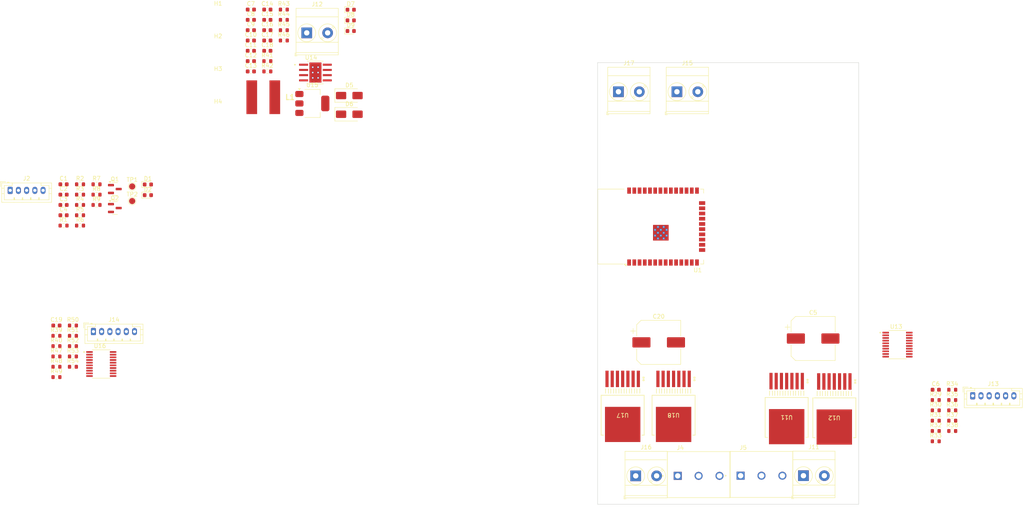
<source format=kicad_pcb>
(kicad_pcb (version 20241228) (generator "pcbnew") (generator_version "9.0")
  (layers (0 "F.Cu" signal) (2 "B.Cu" signal) (13 "F.Paste" user) (15 "B.Paste" user) (5 "F.SilkS" user "F.Silkscreen") (7 "B.SilkS" user "B.Silkscreen") (1 "F.Mask" user) (3 "B.Mask" user) (25 "Edge.Cuts" user))
  (net 0 "")
  (net 1 "GND")
  (net 2 "+3.3V")
  (net 3 "/EN")
  (net 4 "Net-(J11-Pin_1)")
  (net 5 "Net-(U14-BOOT)")
  (net 6 "Net-(D6-K)")
  (net 7 "Net-(D5-K)")
  (net 8 "+5V")
  (net 9 "/Converter Circuits/V_FB")
  (net 10 "Net-(U14-SSORPGOOD)")
  (net 11 "Net-(J16-Pin_1)")
  (net 12 "Net-(D1-A)")
  (net 13 "Net-(D2-A)")
  (net 14 "+24V")
  (net 15 "Net-(D7-A)")
  (net 16 "Net-(D8-A)")
  (net 17 "Net-(D9-A)")
  (net 18 "DTR")
  (net 19 "/TXD")
  (net 20 "RTS")
  (net 21 "/RXD")
  (net 22 "L_IS")
  (net 23 "R_EN")
  (net 24 "LPWM")
  (net 25 "RPWM")
  (net 26 "L_IS1")
  (net 27 "LPWM1")
  (net 28 "RPWM1")
  (net 29 "R_EN1")
  (net 30 "Net-(Q1-G)")
  (net 31 "/IO0")
  (net 32 "Net-(Q2-G)")
  (net 33 "Net-(U1-IO19)")
  (net 34 "Net-(U1-IO25)")
  (net 35 "H_IS")
  (net 36 "Net-(U1-IO18)")
  (net 37 "H_IS1")
  (net 38 "Net-(U1-IO26)")
  (net 39 "L_EN")
  (net 40 "Net-(U11-SR)")
  (net 41 "Net-(U12-SR)")
  (net 42 "L_EN1")
  (net 43 "Net-(U14-RT{slash}SYNC)")
  (net 44 "Net-(U17-SR)")
  (net 45 "Net-(U18-SR)")
  (net 46 "10")
  (net 47 "11")
  (net 52 "POT1")
  (net 59 "POT")
  (net 64 "/Motor Driver1/HIN_L")
  (net 65 "/Motor Driver1/HIN_H")
  (net 66 "/Motor Driver1/LIN_L")
  (net 67 "/Motor Driver1/LIN_H")
  (net 74 "/Motor Driver2/HIN_H")
  (net 75 "/Motor Driver2/LIN_H")
  (net 76 "/Motor Driver2/LIN_L")
  (net 78 "/Motor Driver2/HIN_L")
  (net 80 "Net-(J15-Pin_1)")
  (net 81 "Net-(J17-Pin_1)")
  (net 82 "Net-(J11-Pin_2)")
  (net 83 "Net-(J16-Pin_2)")
  (footprint "Resistor_SMD:R_0603_1608Metric" (layer "F.Cu") (at 47.83 68.47)
    (property "Reference" "R1" (at 0 -1.43 0) (layer "F.SilkS"))
    (property "Value" "10K")
    (pad "1" smd roundrect (at -0.825 0) (size 0.8 0.95) (layers "F.Cu" "F.Mask" "F.Paste") (net 2 "+3.3V"))
    (pad "2" smd roundrect (at 0.825 0) (size 0.8 0.95) (layers "F.Cu" "F.Mask" "F.Paste") (net 3 "/EN"))
  )
  (footprint "Capacitor_SMD:C_0603_1608Metric" (layer "F.Cu") (at 47.83 65.96)
    (property "Reference" "C4" (at 0 -1.43 0) (layer "F.SilkS"))
    (property "Value" "10uF")
    (pad "1" smd roundrect (at -0.775 0) (size 0.9 0.95) (layers "F.Cu" "F.Mask" "F.Paste") (net 3 "/EN"))
    (pad "2" smd roundrect (at 0.775 0) (size 0.9 0.95) (layers "F.Cu" "F.Mask" "F.Paste") (net 1 "GND"))
  )
  (footprint "Resistor_SMD:R_0603_1608Metric" (layer "F.Cu") (at 46.1 102.84)
    (property "Reference" "R48" (at 0 -1.43 0) (layer "F.SilkS"))
    (property "Value" "1K")
    (pad "1" smd roundrect (at -0.825 0) (size 0.8 0.95) (layers "F.Cu" "F.Mask" "F.Paste") (net 29 "R_EN1"))
    (pad "2" smd roundrect (at 0.825 0) (size 0.8 0.95) (layers "F.Cu" "F.Mask" "F.Paste") (net 1 "GND"))
  )
  (footprint "LED_SMD:LED_0603_1608Metric" (layer "F.Cu") (at 68.34 58.47)
    (property "Reference" "D1" (at 0 -1.43 0) (layer "F.SilkS"))
    (property "Value" "LED")
    (pad "1" smd roundrect (at -0.7875 0) (size 0.875 0.95) (layers "F.Cu" "F.Mask" "F.Paste") (net 1 "GND"))
    (pad "2" smd roundrect (at 0.7875 0) (size 0.875 0.95) (layers "F.Cu" "F.Mask" "F.Paste") (net 12 "Net-(D1-A)"))
  )
  (footprint "Dotworld:PG-TO263-7-1_INF-M" (layer "F.Cu") (at 235.27 115.2593 180)
    (property "Reference" "U12" (at 0 0 180) (layer "F.SilkS"))
    (property "Value" "IFX007TAUMA1")
    (fp_text user "*" (at -5.08 8.8392 0) (layer "F.SilkS"))
    (fp_text user "*" (at -5.08 8.8392 180) (layer "F.SilkS"))
    (pad "1" smd rect (at -3.81 8.8392 180) (size 0.762 4.0132) (layers "F.Cu" "F.Mask" "F.Paste") (net 1 "GND"))
    (pad "2" smd rect (at -2.54 8.8392 180) (size 0.762 4.0132) (layers "F.Cu" "F.Mask" "F.Paste") (net 66 "/Motor Driver1/LIN_L"))
    (pad "3" smd rect (at -1.27 8.8392 180) (size 0.762 4.0132) (layers "F.Cu" "F.Mask" "F.Paste") (net 67 "/Motor Driver1/LIN_H"))
    (pad "4" smd rect (at 0 8.8392 180) (size 0.762 4.0132) (layers "F.Cu" "F.Mask" "F.Paste") (net 82 "Net-(J11-Pin_2)"))
    (pad "5" smd rect (at 1.27 8.8392 180) (size 0.762 4.0132) (layers "F.Cu" "F.Mask" "F.Paste") (net 41 "Net-(U12-SR)"))
    (pad "6" smd rect (at 2.54 8.8392 180) (size 0.762 4.0132) (layers "F.Cu" "F.Mask" "F.Paste") (net 22 "L_IS"))
    (pad "7" smd rect (at 3.81 8.8392 180) (size 0.762 4.0132) (layers "F.Cu" "F.Mask" "F.Paste") (net 80 "Net-(J15-Pin_1)"))
    (pad "8" smd rect (at 0 -2.2479 180) (size 8.6106 8.5598) (layers "F.Cu" "F.Mask" "F.Paste") (net 82 "Net-(J11-Pin_2)"))
  )
  (footprint "Capacitor_SMD:C_0603_1608Metric" (layer "F.Cu") (at 97.39 23.42)
    (property "Reference" "C17" (at 0 -1.43 0) (layer "F.SilkS"))
    (property "Value" "10uF")
    (pad "1" smd roundrect (at -0.775 0) (size 0.9 0.95) (layers "F.Cu" "F.Mask" "F.Paste") (net 2 "+3.3V"))
    (pad "2" smd roundrect (at 0.775 0) (size 0.9 0.95) (layers "F.Cu" "F.Mask" "F.Paste") (net 1 "GND"))
  )
  (footprint "TestPoint:TestPoint_Pad_D1.5mm" (layer "F.Cu") (at 64.52 58.95)
    (property "Reference" "TP1" (at 0 -1.648 0) (layer "F.SilkS"))
    (property "Value" "TestPoint")
    (pad "1" smd circle (at 0 0) (size 1.5 1.5) (layers "F.Cu" "F.Mask") (net 46 "10"))
  )
  (footprint "Connector_JST:JST_PH_B5B-PH-K_1x05_P2.00mm_Vertical" (layer "F.Cu") (at 34.85 59.9)
    (property "Reference" "J2" (at 4 -2.9 0) (layer "F.SilkS"))
    (property "Value" "Conn_01x05")
    (pad "1" thru_hole roundrect (at 0 0) (size 1.2 1.75) (drill 0.75) (layers "*.Cu" "*.Mask") (roundrect_rratio 0.208333) (net 21 "/RXD"))
    (pad "2" thru_hole oval (at 2 0) (size 1.2 1.75) (drill 0.75) (layers "*.Cu" "*.Mask") (net 19 "/TXD"))
    (pad "3" thru_hole oval (at 4 0) (size 1.2 1.75) (drill 0.75) (layers "*.Cu" "*.Mask") (net 20 "RTS"))
    (pad "4" thru_hole oval (at 6 0) (size 1.2 1.75) (drill 0.75) (layers "*.Cu" "*.Mask") (net 18 "DTR"))
    (pad "5" thru_hole oval (at 8 0) (size 1.2 1.75) (drill 0.75) (layers "*.Cu" "*.Mask") (net 1 "GND"))
  )
  (footprint "Diode_SMD:D_SMA" (layer "F.Cu") (at 117.325 41.37)
    (property "Reference" "D6" (at 0 -2.5 0) (layer "F.SilkS"))
    (property "Value" "SS36")
    (pad "1" smd roundrect (at -2 0) (size 2.5 1.8) (layers "F.Cu" "F.Mask" "F.Paste") (roundrect_rratio 0.1388888889) (net 6 "Net-(D6-K)"))
    (pad "2" smd roundrect (at 2 0) (size 2.5 1.8) (layers "F.Cu" "F.Mask" "F.Paste") (roundrect_rratio 0.1388888889) (net 1 "GND"))
  )
  (footprint "MountingHole:MountingHole_3.2mm_M3" (layer "F.Cu") (at 85.4 42.46)
    (property "Reference" "H4" (at 0 -4.2 0) (layer "F.SilkS"))
    (property "Value" "MountingHole")
    (pad "" np_thru_hole circle (at 0 0) (size 3.2 3.2) (drill 3.2) (layers "*.Cu" "*.Mask"))
  )
  (footprint "Resistor_SMD:R_0603_1608Metric" (layer "F.Cu") (at 55.85 63.45)
    (property "Reference" "R9" (at 0 -1.43 0) (layer "F.SilkS"))
    (property "Value" "0E")
    (pad "1" smd roundrect (at -0.825 0) (size 0.8 0.95) (layers "F.Cu" "F.Mask" "F.Paste") (net 38 "Net-(U1-IO26)"))
    (pad "2" smd roundrect (at 0.825 0) (size 0.8 0.95) (layers "F.Cu" "F.Mask" "F.Paste") (net 37 "H_IS1"))
  )
  (footprint "TerminalBlock_Phoenix:TerminalBlock_Phoenix_MKDS-3-2-5.08_1x02_P5.08mm_Horizontal" (layer "F.Cu") (at 186.97 129.39)
    (property "Reference" "J16" (at 2.54 -6.96 0) (layer "F.SilkS"))
    (property "Value" "Screw_Terminal_01x02")
    (pad "1" thru_hole rect (at 0 0) (size 2.6 2.6) (drill 1.3) (layers "*.Cu" "*.Mask") (net 11 "Net-(J16-Pin_1)"))
    (pad "2" thru_hole circle (at 5.08 0) (size 2.6 2.6) (drill 1.3) (layers "*.Cu" "*.Mask") (net 83 "Net-(J16-Pin_2)"))
  )
  (footprint "Connector_JST:JST_PH_B6B-PH-K_1x06_P2.00mm_Vertical" (layer "F.Cu") (at 268.9254 109.9015)
    (property "Reference" "J13" (at 5 -2.9 0) (layer "F.SilkS"))
    (property "Value" "Conn_01x06")
    (pad "1" thru_hole roundrect (at 0 0) (size 1.2 1.75) (drill 0.75) (layers "*.Cu" "*.Mask") (roundrect_rratio 0.208333) (net 2 "+3.3V"))
    (pad "2" thru_hole oval (at 2 0) (size 1.2 1.75) (drill 0.75) (layers "*.Cu" "*.Mask") (net 25 "RPWM"))
    (pad "3" thru_hole oval (at 4 0) (size 1.2 1.75) (drill 0.75) (layers "*.Cu" "*.Mask") (net 23 "R_EN"))
    (pad "4" thru_hole oval (at 6 0) (size 1.2 1.75) (drill 0.75) (layers "*.Cu" "*.Mask") (net 24 "LPWM"))
    (pad "5" thru_hole oval (at 8 0) (size 1.2 1.75) (drill 0.75) (layers "*.Cu" "*.Mask") (net 22 "L_IS"))
    (pad "6" thru_hole oval (at 10 0) (size 1.2 1.75) (drill 0.75) (layers "*.Cu" "*.Mask") (net 1 "GND"))
  )
  (footprint "LED_SMD:LED_0603_1608Metric" (layer "F.Cu") (at 117.67 21.11)
    (property "Reference" "D9" (at 0 -1.43 0) (layer "F.SilkS"))
    (property "Value" "LED")
    (pad "1" smd roundrect (at -0.7875 0) (size 0.875 0.95) (layers "F.Cu" "F.Mask" "F.Paste") (net 1 "GND"))
    (pad "2" smd roundrect (at 0.7875 0) (size 0.875 0.95) (layers "F.Cu" "F.Mask" "F.Paste") (net 17 "Net-(D9-A)"))
  )
  (footprint "Resistor_SMD:R_0603_1608Metric" (layer "F.Cu") (at 259.9354 113.4515)
    (property "Reference" "R30" (at 0 -1.43 0) (layer "F.SilkS"))
    (property "Value" "0E")
    (pad "1" smd roundrect (at -0.825 0) (size 0.8 0.95) (layers "F.Cu" "F.Mask" "F.Paste") (net 35 "H_IS"))
    (pad "2" smd roundrect (at 0.825 0) (size 0.8 0.95) (layers "F.Cu" "F.Mask" "F.Paste") (net 22 "L_IS"))
  )
  (footprint "Resistor_SMD:R_0603_1608Metric" (layer "F.Cu") (at 97.39 28.44)
    (property "Reference" "R41" (at 0 -1.43 0) (layer "F.SilkS"))
    (property "Value" "1K")
    (pad "1" smd roundrect (at -0.825 0) (size 0.8 0.95) (layers "F.Cu" "F.Mask" "F.Paste") (net 7 "Net-(D5-K)"))
    (pad "2" smd roundrect (at 0.825 0) (size 0.8 0.95) (layers "F.Cu" "F.Mask" "F.Paste") (net 15 "Net-(D7-A)"))
  )
  (footprint "Resistor_SMD:R_0603_1608Metric" (layer "F.Cu") (at 101.4 20.91)
    (property "Reference" "R45" (at 0 -1.43 0) (layer "F.SilkS"))
    (property "Value" "12K")
    (pad "1" smd roundrect (at -0.825 0) (size 0.8 0.95) (layers "F.Cu" "F.Mask" "F.Paste") (net 9 "/Converter Circuits/V_FB"))
    (pad "2" smd roundrect (at 0.825 0) (size 0.8 0.95) (layers "F.Cu" "F.Mask" "F.Paste") (net 1 "GND"))
  )
  (footprint "Capacitor_SMD:C_0603_1608Metric" (layer "F.Cu") (at 47.83 60.94)
    (property "Reference" "C2" (at 0 -1.43 0) (layer "F.SilkS"))
    (property "Value" "0.1uF")
    (pad "1" smd roundrect (at -0.775 0) (size 0.9 0.95) (layers "F.Cu" "F.Mask" "F.Paste") (net 2 "+3.3V"))
    (pad "2" smd roundrect (at 0.775 0) (size 0.9 0.95) (layers "F.Cu" "F.Mask" "F.Paste") (net 1 "GND"))
  )
  (footprint "Resistor_SMD:R_0603_1608Metric" (layer "F.Cu") (at 259.9354 120.9815)
    (property "Reference" "R33" (at 0 -1.43 0) (layer "F.SilkS"))
    (property "Value" "1K")
    (pad "1" smd roundrect (at -0.825 0) (size 0.8 0.95) (layers "F.Cu" "F.Mask" "F.Paste") (net 41 "Net-(U12-SR)"))
    (pad "2" smd roundrect (at 0.825 0) (size 0.8 0.95) (layers "F.Cu" "F.Mask" "F.Paste") (net 1 "GND"))
  )
  (footprint "TerminalBlock_Phoenix:TerminalBlock_Phoenix_MKDS-3-2-5.08_1x02_P5.08mm_Horizontal" (layer "F.Cu") (at 106.97 21.56)
    (property "Reference" "J12" (at 2.54 -6.96 0) (layer "F.SilkS"))
    (property "Value" "Screw_Terminal_01x02")
    (pad "1" thru_hole rect (at 0 0) (size 2.6 2.6) (drill 1.3) (layers "*.Cu" "*.Mask") (net 1 "GND"))
    (pad "2" thru_hole circle (at 5.08 0) (size 2.6 2.6) (drill 1.3) (layers "*.Cu" "*.Mask") (net 14 "+24V"))
  )
  (footprint "Dotworld:PG-TO263-7-1_INF-M" (layer "F.Cu") (at 183.8008 114.6293 180)
    (property "Reference" "U17" (at 0 0 180) (layer "F.SilkS"))
    (property "Value" "IFX007TAUMA1")
    (fp_text user "*" (at -5.08 8.8392 180) (layer "F.SilkS"))
    (fp_text user "*" (at -5.08 8.8392 0) (layer "F.SilkS"))
    (pad "1" smd rect (at -3.81 8.8392 180) (size 0.762 4.0132) (layers "F.Cu" "F.Mask" "F.Paste") (net 1 "GND"))
    (pad "2" smd rect (at -2.54 8.8392 180) (size 0.762 4.0132) (layers "F.Cu" "F.Mask" "F.Paste") (net 78 "/Motor Driver2/HIN_L"))
    (pad "3" smd rect (at -1.27 8.8392 180) (size 0.762 4.0132) (layers "F.Cu" "F.Mask" "F.Paste") (net 74 "/Motor Driver2/HIN_H"))
    (pad "4" smd rect (at 0 8.8392 180) (size 0.762 4.0132) (layers "F.Cu" "F.Mask" "F.Paste") (net 11 "Net-(J16-Pin_1)"))
    (pad "5" smd rect (at 1.27 8.8392 180) (size 0.762 4.0132) (layers "F.Cu" "F.Mask" "F.Paste") (net 44 "Net-(U17-SR)"))
    (pad "6" smd rect (at 2.54 8.8392 180) (size 0.762 4.0132) (layers "F.Cu" "F.Mask" "F.Paste") (net 37 "H_IS1"))
    (pad "7" smd rect (at 3.81 8.8392 180) (size 0.762 4.0132) (layers "F.Cu" "F.Mask" "F.Paste") (net 81 "Net-(J17-Pin_1)"))
    (pad "8" smd rect (at 0 -2.2479 180) (size 8.6106 8.5598) (layers "F.Cu" "F.Mask" "F.Paste") (net 11 "Net-(J16-Pin_1)"))
  )
  (footprint "Capacitor_SMD:CP_Elec_10x10.5" (layer "F.Cu") (at 230.1175 95.96)
    (property "Reference" "C5" (at 0 -6.3 0) (layer "F.SilkS"))
    (property "Value" "220uF")
    (pad "1" smd roundrect (at -4.2 0) (size 4.4 2.5) (layers "F.Cu" "F.Mask" "F.Paste") (roundrect_rratio 0.1) (net 80 "Net-(J15-Pin_1)"))
    (pad "2" smd roundrect (at 4.2 0) (size 4.4 2.5) (layers "F.Cu" "F.Mask" "F.Paste") (roundrect_rratio 0.1) (net 1 "GND"))
  )
  (footprint "Resistor_SMD:R_0603_1608Metric" (layer "F.Cu") (at 50.11 97.82)
    (property "Reference" "R52" (at 0 -1.43 0) (layer "F.SilkS"))
    (property "Value" "1K")
    (pad "1" smd roundrect (at -0.825 0) (size 0.8 0.95) (layers "F.Cu" "F.Mask" "F.Paste") (net 45 "Net-(U18-SR)"))
    (pad "2" smd roundrect (at 0.825 0) (size 0.8 0.95) (layers "F.Cu" "F.Mask" "F.Paste") (net 1 "GND"))
  )
  (footprint "Capacitor_SMD:C_0603_1608Metric" (layer "F.Cu") (at 93.38 28.44)
    (property "Reference" "C12" (at 0 -1.43 0) (layer "F.SilkS"))
    (property "Value" "22uF")
    (pad "1" smd roundrect (at -0.775 0) (size 0.9 0.95) (layers "F.Cu" "F.Mask" "F.Paste") (net 8 "+5V"))
    (pad "2" smd roundrect (at 0.775 0) (size 0.9 0.95) (layers "F.Cu" "F.Mask" "F.Paste") (net 1 "GND"))
  )
  (footprint "MountingHole:MountingHole_3.2mm_M3" (layer "F.Cu") (at 85.4 26.56)
    (property "Reference" "H2" (at 0 -4.2 0) (layer "F.SilkS"))
    (property "Value" "MountingHole")
    (pad "" np_thru_hole circle (at 0 0) (size 3.2 3.2) (drill 3.2) (layers "*.Cu" "*.Mask"))
  )
  (footprint "Package_TO_SOT_SMD:SOT-23" (layer "F.Cu") (at 60.3 64.2)
    (property "Reference" "Q2" (at 0 -2.4 0) (layer "F.SilkS"))
    (property "Value" "SI2304")
    (pad "1" smd roundrect (at -0.9375 -0.95) (size 1.475 0.6) (layers "F.Cu" "F.Mask" "F.Paste") (net 32 "Net-(Q2-G)"))
    (pad "2" smd roundrect (at -0.9375 0.95) (size 1.475 0.6) (layers "F.Cu" "F.Mask" "F.Paste") (net 3 "/EN"))
    (pad "3" smd roundrect (at 0.9375 0) (size 1.475 0.6) (layers "F.Cu" "F.Mask" "F.Paste") (net 20 "RTS"))
  )
  (footprint "Resistor_SMD:R_0603_1608Metric" (layer "F.Cu") (at 263.9454 108.4315)
    (property "Reference" "R34" (at 0 -1.43 0) (layer "F.SilkS"))
    (property "Value" "1K")
    (pad "1" smd roundrect (at -0.825 0) (size 0.8 0.95) (layers "F.Cu" "F.Mask" "F.Paste") (net 22 "L_IS"))
    (pad "2" smd roundrect (at 0.825 0) (size 0.8 0.95) (layers "F.Cu" "F.Mask" "F.Paste") (net 1 "GND"))
  )
  (footprint "LED_SMD:LED_0603_1608Metric" (layer "F.Cu") (at 117.67 15.93)
    (property "Reference" "D7" (at 0 -1.43 0) (layer "F.SilkS"))
    (property "Value" "LED")
    (pad "1" smd roundrect (at -0.7875 0) (size 0.875 0.95) (layers "F.Cu" "F.Mask" "F.Paste") (net 1 "GND"))
    (pad "2" smd roundrect (at 0.7875 0) (size 0.875 0.95) (layers "F.Cu" "F.Mask" "F.Paste") (net 15 "Net-(D7-A)"))
  )
  (footprint "RF_Module:ESP32-WROOM-32D" (layer "F.Cu") (at 193.61 68.71 90)
    (property "Reference" "U1" (at -10.61 8.43 0) (layer "F.SilkS"))
    (property "Value" "ESP32-WROOM-32D")
    (pad "1" smd rect (at -8.75 -8.25 90) (size 1.5 0.9) (layers "F.Cu" "F.Mask" "F.Paste") (net 1 "GND"))
    (pad "2" smd rect (at -8.75 -6.98 90) (size 1.5 0.9) (layers "F.Cu" "F.Mask" "F.Paste") (net 2 "+3.3V"))
    (pad "3" smd rect (at -8.75 -5.71 90) (size 1.5 0.9) (layers "F.Cu" "F.Mask" "F.Paste") (net 3 "/EN"))
    (pad "4" smd rect (at -8.75 -4.44 90) (size 1.5 0.9) (layers "F.Cu" "F.Mask" "F.Paste"))
    (pad "5" smd rect (at -8.75 -3.17 90) (size 1.5 0.9) (layers "F.Cu" "F.Mask" "F.Paste"))
    (pad "6" smd rect (at -8.75 -1.9 90) (size 1.5 0.9) (layers "F.Cu" "F.Mask" "F.Paste"))
    (pad "7" smd rect (at -8.75 -0.63 90) (size 1.5 0.9) (layers "F.Cu" "F.Mask" "F.Paste"))
    (pad "8" smd rect (at -8.75 0.64 90) (size 1.5 0.9) (layers "F.Cu" "F.Mask" "F.Paste") (net 59 "POT"))
    (pad "9" smd rect (at -8.75 1.91 90) (size 1.5 0.9) (layers "F.Cu" "F.Mask" "F.Paste") (net 52 "POT1"))
    (pad "10" smd rect (at -8.75 3.18 90) (size 1.5 0.9) (layers "F.Cu" "F.Mask" "F.Paste") (net 34 "Net-(U1-IO25)"))
    (pad "11" smd rect (at -8.75 4.45 90) (size 1.5 0.9) (layers "F.Cu" "F.Mask" "F.Paste") (net 38 "Net-(U1-IO26)"))
    (pad "12" smd rect (at -8.75 5.72 90) (size 1.5 0.9) (layers "F.Cu" "F.Mask" "F.Paste"))
    (pad "13" smd rect (at -8.75 6.99 90) (size 1.5 0.9) (layers "F.Cu" "F.Mask" "F.Paste") (net 28 "RPWM1"))
    (pad "14" smd rect (at -8.75 8.26 90) (size 1.5 0.9) (layers "F.Cu" "F.Mask" "F.Paste") (net 27 "LPWM1"))
    (pad "15" smd rect (at -5.71 9.51 180) (size 1.5 0.9) (layers "F.Cu" "F.Mask" "F.Paste") (net 1 "GND"))
    (pad "16" smd rect (at -4.44 9.51 180) (size 1.5 0.9) (layers "F.Cu" "F.Mask" "F.Paste") (net 25 "RPWM"))
    (pad "17" smd rect (at -3.17 9.51 180) (size 1.5 0.9) (layers "F.Cu" "F.Mask" "F.Paste"))
    (pad "18" smd rect (at -1.9 9.51 180) (size 1.5 0.9) (layers "F.Cu" "F.Mask" "F.Paste"))
    (pad "19" smd rect (at -0.63 9.51 180) (size 1.5 0.9) (layers "F.Cu" "F.Mask" "F.Paste"))
    (pad "20" smd rect (at 0.64 9.51 180) (size 1.5 0.9) (layers "F.Cu" "F.Mask" "F.Paste"))
    (pad "21" smd rect (at 1.91 9.51 180) (size 1.5 0.9) (layers "F.Cu" "F.Mask" "F.Paste"))
    (pad "22" smd rect (at 3.18 9.51 180) (size 1.5 0.9) (layers "F.Cu" "F.Mask" "F.Paste"))
    (pad "23" smd rect (at 4.45 9.51 180) (size 1.5 0.9) (layers "F.Cu" "F.Mask" "F.Paste"))
    (pad "24" smd rect (at 5.72 9.51 180) (size 1.5 0.9) (layers "F.Cu" "F.Mask" "F.Paste") (net 46 "10"))
    (pad "25" smd rect (at 8.75 8.26 90) (size 1.5 0.9) (layers "F.Cu" "F.Mask" "F.Paste") (net 31 "/IO0"))
    (pad "26" smd rect (at 8.75 6.99 90) (size 1.5 0.9) (layers "F.Cu" "F.Mask" "F.Paste") (net 47 "11"))
    (pad "27" smd rect (at 8.75 5.72 90) (size 1.5 0.9) (layers "F.Cu" "F.Mask" "F.Paste") (net 39 "L_EN"))
    (pad "28" smd rect (at 8.75 4.45 90) (size 1.5 0.9) (layers "F.Cu" "F.Mask" "F.Paste") (net 42 "L_EN1"))
    (pad "29" smd rect (at 8.75 3.18 90) (size 1.5 0.9) (layers "F.Cu" "F.Mask" "F.Paste") (net 24 "LPWM"))
    (pad "30" smd rect (at 8.75 1.91 90) (size 1.5 0.9) (layers "F.Cu" "F.Mask" "F.Paste") (net 36 "Net-(U1-IO18)"))
    (pad "31" smd rect (at 8.75 0.64 90) (size 1.5 0.9) (layers "F.Cu" "F.Mask" "F.Paste") (net 33 "Net-(U1-IO19)"))
    (pad "32" smd rect (at 8.75 -0.63 90) (size 1.5 0.9) (layers "F.Cu" "F.Mask" "F.Paste"))
    (pad "33" smd rect (at 8.75 -1.9 90) (size 1.5 0.9) (layers "F.Cu" "F.Mask" "F.Paste"))
    (pad "34" smd rect (at 8.75 -3.17 90) (size 1.5 0.9) (layers "F.Cu" "F.Mask" "F.Paste") (net 21 "/RXD"))
    (pad "35" smd rect (at 8.75 -4.44 90) (size 1.5 0.9) (layers "F.Cu" "F.Mask" "F.Paste") (net 19 "/TXD"))
    (pad "36" smd rect (at 8.75 -5.71 90) (size 1.5 0.9) (layers "F.Cu" "F.Mask" "F.Paste") (net 22 "L_IS"))
    (pad "37" smd rect (at 8.75 -6.98 90) (size 1.5 0.9) (layers "F.Cu" "F.Mask" "F.Paste") (net 26 "L_IS1"))
    (pad "38" smd rect (at 8.75 -8.25 90) (size 1.5 0.9) (layers "F.Cu" "F.Mask" "F.Paste") (net 1 "GND"))
    (pad "39" smd rect (at -2.9 -1.93 90) (size 0.9 0.9) (layers "F.Cu" "F.Paste") (net 1 "GND"))
    (pad "39" thru_hole circle (at -2.9 -1.23 90) (size 0.6 0.6) (drill 0.2) (property pad_prop_heatsink) (layers "*.Cu" "F.Mask") (net 1 "GND"))
    (pad "39" smd rect (at -2.9 -0.53 90) (size 0.9 0.9) (layers "F.Cu" "F.Paste") (net 1 "GND"))
    (pad "39" thru_hole circle (at -2.9 0.17 90) (size 0.6 0.6) (drill 0.2) (property pad_prop_heatsink) (layers "*.Cu" "F.Mask") (net 1 "GND"))
    (pad "39" smd rect (at -2.9 0.87 90) (size 0.9 0.9) (layers "F.Cu" "F.Paste") (net 1 "GND"))
    (pad "39" thru_hole circle (at -2.2 -1.93 90) (size 0.6 0.6) (drill 0.2) (property pad_prop_heatsink) (layers "*.Cu" "F.Mask") (net 1 "GND"))
    (pad "39" thru_hole circle (at -2.2 -0.53 90) (size 0.6 0.6) (drill 0.2) (property pad_prop_heatsink) (layers "*.Cu" "F.Mask") (net 1 "GND"))
    (pad "39" thru_hole circle (at -2.2 0.87 90) (size 0.6 0.6) (drill 0.2) (property pad_prop_heatsink) (layers "*.Cu" "F.Mask") (net 1 "GND"))
    (pad "39" thru_hole circle (at -1.525 -1.23 90) (size 0.6 0.6) (drill 0.2) (property pad_prop_heatsink) (layers "*.Cu" "F.Mask") (net 1 "GND"))
    (pad "39" thru_hole circle (at -1.525 0.17 90) (size 0.6 0.6) (drill 0.2) (property pad_prop_heatsink) (layers "*.Cu" "F.Mask") (net 1 "GND"))
    (pad "39" smd rect (at -1.5 -1.93 90) (size 0.9 0.9) (layers "F.Cu" "F.Paste") (net 1 "GND"))
    (pad "39" smd rect (at -1.5 -0.53 90) (size 0.9 0.9) (layers "F.Cu" "F.Paste") (net 1 "GND"))
    (pad "39" smd rect (at -1.5 -0.53 90) (size 3.8 3.8) (property pad_prop_heatsink) (layers "F.Cu" "F.Mask") (net 1 "GND"))
    (pad "39" smd rect (at -1.5 0.87 90) (size 0.9 0.9) (layers "F.Cu" "F.Paste") (net 1 "GND"))
    (pad "39" thru_hole circle (at -0.8 -1.93 90) (size 0.6 0.6) (drill 0.2) (property pad_prop_heatsink) (layers "*.Cu" "F.Mask") (net 1 "GND"))
    (pad "39" thru_hole circle (at -0.8 -0.53 90) (size 0.6 0.6) (drill 0.2) (property pad_prop_heatsink) (layers "*.Cu" "F.Mask") (net 1 "GND"))
    (pad "39" thru_hole circle (at -0.8 0.87 90) (size 0.6 0.6) (drill 0.2) (property pad_prop_heatsink) (layers "*.Cu" "F.Mask") (net 1 "GND"))
    (pad "39" smd rect (at -0.1 -1.93 90) (size 0.9 0.9) (layers "F.Cu" "F.Paste") (net 1 "GND"))
    (pad "39" thru_hole circle (at -0.1 -1.23 90) (size 0.6 0.6) (drill 0.2) (property pad_prop_heatsink) (layers "*.Cu" "F.Mask") (net 1 "GND"))
    (pad "39" smd rect (at -0.1 -0.53 90) (size 0.9 0.9) (layers "F.Cu" "F.Paste") (net 1 "GND"))
    (pad "39" thru_hole circle (at -0.1 0.17 90) (size 0.6 0.6) (drill 0.2) (property pad_prop_heatsink) (layers "*.Cu" "F.Mask") (net 1 "GND"))
    (pad "39" smd rect (at -0.1 0.87 90) (size 0.9 0.9) (layers "F.Cu" "F.Paste") (net 1 "GND"))
  )
  (footprint "Resistor_SMD:R_0603_1608Metric" (layer "F.Cu") (at 55.85 58.43)
    (property "Reference" "R7" (at 0 -1.43 0) (layer "F.SilkS"))
    (property "Value" "10K")
    (pad "1" smd roundrect (at -0.825 0) (size 0.8 0.95) (layers "F.Cu" "F.Mask" "F.Paste") (net 18 "DTR"))
    (pad "2" smd roundrect (at 0.825 0) (size 0.8 0.95) (layers "F.Cu" "F.Mask" "F.Paste") (net 32 "Net-(Q2-G)"))
  )
  (footprint "Capacitor_SMD:C_0603_1608Metric" (layer "F.Cu") (at 93.38 25.93)
    (property "Reference" "C11" (at 0 -1.43 0) (layer "F.SilkS"))
    (property "Value" "22uF")
    (pad "1" smd roundrect (at -0.775 0) (size 0.9 0.95) (layers "F.Cu" "F.Mask" "F.Paste") (net 8 "+5V"))
    (pad "2" smd roundrect (at 0.775 0) (size 0.9 0.95) (layers "F.Cu" "F.Mask" "F.Paste") (net 1 "GND"))
  )
  (footprint "Resistor_SMD:R_0603_1608Metric" (layer "F.Cu") (at 259.9354 118.4715)
    (property "Reference" "R32" (at 0 -1.43 0) (layer "F.SilkS"))
    (property "Value" "1K")
    (pad "1" smd roundrect (at -0.825 0) (size 0.8 0.95) (layers "F.Cu" "F.Mask" "F.Paste") (net 40 "Net-(U11-SR)"))
    (pad "2" smd roundrect (at 0.825 0) (size 0.8 0.95) (layers "F.Cu" "F.Mask" "F.Paste") (net 1 "GND"))
  )
  (footprint "Resistor_SMD:R_0603_1608Metric" (layer "F.Cu") (at 51.84 58.43)
    (property "Reference" "R2" (at 0 -1.43 0) (layer "F.SilkS"))
    (property "Value" "1K")
    (pad "1" smd roundrect (at -0.825 0) (size 0.8 0.95) (layers "F.Cu" "F.Mask" "F.Paste") (net 19 "/TXD"))
    (pad "2" smd roundrect (at 0.825 0) (size 0.8 0.95) (layers "F.Cu" "F.Mask" "F.Paste") (net 12 "Net-(D1-A)"))
  )
  (footprint "Capacitor_SMD:C_0603_1608Metric" (layer "F.Cu") (at 97.39 15.89)
    (property "Reference" "C14" (at 0 -1.43 0) (layer "F.SilkS"))
    (property "Value" "47nF")
    (pad "1" smd roundrect (at -0.775 0) (size 0.9 0.95) (layers "F.Cu" "F.Mask" "F.Paste") (net 10 "Net-(U14-SSORPGOOD)"))
    (pad "2" smd roundrect (at 0.775 0) (size 0.9 0.95) (layers "F.Cu" "F.Mask" "F.Paste") (net 1 "GND"))
  )
  (footprint "Resistor_SMD:R_0603_1608Metric" (layer "F.Cu") (at 46.1 100.33)
    (property "Reference" "R47" (at 0 -1.43 0) (layer "F.SilkS"))
    (property "Value" "1K")
    (pad "1" smd roundrect (at -0.825 0) (size 0.8 0.95) (layers "F.Cu" "F.Mask" "F.Paste") (net 27 "LPWM1"))
    (pad "2" smd roundrect (at 0.825 0) (size 0.8 0.95) (layers "F.Cu" "F.Mask" "F.Paste") (net 1 "GND"))
  )
  (footprint "Dotworld:SN74HC244pwr" (layer "F.Cu") (at 57.005 102.17)
    (property "Reference" "U16" (at -0.325 -4.385 0) (layer "F.SilkS"))
    (property "Value" "SN74HC244PWR")
    (pad "1" smd roundrect (at -2.87 -2.925) (size 1.57 0.41) (layers "F.Cu" "F.Mask" "F.Paste") (roundrect_rratio 0.05) (net 1 "GND"))
    (pad "2" smd roundrect (at -2.87 -2.275) (size 1.57 0.41) (layers "F.Cu" "F.Mask" "F.Paste") (roundrect_rratio 0.05) (net 28 "RPWM1"))
    (pad "3" smd roundrect (at -2.87 -1.625) (size 1.57 0.41) (layers "F.Cu" "F.Mask" "F.Paste") (roundrect_rratio 0.05))
    (pad "4" smd roundrect (at -2.87 -0.975) (size 1.57 0.41) (layers "F.Cu" "F.Mask" "F.Paste") (roundrect_rratio 0.05) (net 29 "R_EN1"))
    (pad "5" smd roundrect (at -2.87 -0.325) (size 1.57 0.41) (layers "F.Cu" "F.Mask" "F.Paste") (roundrect_rratio 0.05))
    (pad "6" smd roundrect (at -2.87 0.325) (size 1.57 0.41) (layers "F.Cu" "F.Mask" "F.Paste") (roundrect_rratio 0.05) (net 27 "LPWM1"))
    (pad "7" smd roundrect (at -2.87 0.975) (size 1.57 0.41) (layers "F.Cu" "F.Mask" "F.Paste") (roundrect_rratio 0.05))
    (pad "8" smd roundrect (at -2.87 1.625) (size 1.57 0.41) (layers "F.Cu" "F.Mask" "F.Paste") (roundrect_rratio 0.05) (net 42 "L_EN1"))
    (pad "9" smd roundrect (at -2.87 2.275) (size 1.57 0.41) (layers "F.Cu" "F.Mask" "F.Paste") (roundrect_rratio 0.05))
    (pad "10" smd roundrect (at -2.87 2.925) (size 1.57 0.41) (layers "F.Cu" "F.Mask" "F.Paste") (roundrect_rratio 0.05) (net 1 "GND"))
    (pad "11" smd roundrect (at 2.87 2.925) (size 1.57 0.41) (layers "F.Cu" "F.Mask" "F.Paste") (roundrect_rratio 0.05) (net 1 "GND"))
    (pad "12" smd roundrect (at 2.87 2.275) (size 1.57 0.41) (layers "F.Cu" "F.Mask" "F.Paste") (roundrect_rratio 0.05) (net 75 "/Motor Driver2/LIN_H"))
    (pad "13" smd roundrect (at 2.87 1.625) (size 1.57 0.41) (layers "F.Cu" "F.Mask" "F.Paste") (roundrect_rratio 0.05) (net 1 "GND"))
    (pad "14" smd roundrect (at 2.87 0.975) (size 1.57 0.41) (layers "F.Cu" "F.Mask" "F.Paste") (roundrect_rratio 0.05) (net 76 "/Motor Driver2/LIN_L"))
    (pad "15" smd roundrect (at 2.87 0.325) (size 1.57 0.41) (layers "F.Cu" "F.Mask" "F.Paste") (roundrect_rratio 0.05) (net 1 "GND"))
    (pad "16" smd roundrect (at 2.87 -0.325) (size 1.57 0.41) (layers "F.Cu" "F.Mask" "F.Paste") (roundrect_rratio 0.05) (net 74 "/Motor Driver2/HIN_H"))
    (pad "17" smd roundrect (at 2.87 -0.975) (size 1.57 0.41) (layers "F.Cu" "F.Mask" "F.Paste") (roundrect_rratio 0.05) (net 1 "GND"))
    (pad "18" smd roundrect (at 2.87 -1.625) (size 1.57 0.41) (layers "F.Cu" "F.Mask" "F.Paste") (roundrect_rratio 0.05) (net 78 "/Motor Driver2/HIN_L"))
    (pad "19" smd roundrect (at 2.87 -2.275) (size 1.57 0.41) (layers "F.Cu" "F.Mask" "F.Paste") (roundrect_rratio 0.05) (net 1 "GND"))
    (pad "20" smd roundrect (at 2.87 -2.925) (size 1.57 0.41) (layers "F.Cu" "F.Mask" "F.Paste") (roundrect_rratio 0.05) (net 2 "+3.3V"))
  )
  (footprint "Dotworld:PHOENIX_1711738" (layer "F.Cu") (at 209.94 134.65)
    (property "Reference" "J5" (at 3.175 -12.135 0) (layer "F.SilkS"))
    (property "Value" "Conn_01x03")
    (pad "1" thru_hole rect (at 2.54 -5.3) (size 1.95 1.95) (drill 1.3) (layers "*.Cu" "*.Mask") (net 2 "+3.3V"))
    (pad "2" thru_hole circle (at 7.62 -5.3) (size 1.95 1.95) (drill 1.3) (layers "*.Cu" "*.Mask") (net 59 "POT"))
    (pad "3" thru_hole circle (at 12.7 -5.3) (size 1.95 1.95) (drill 1.3) (layers "*.Cu" "*.Mask") (net 1 "GND"))
  )
  (footprint "Resistor_SMD:R_0603_1608Metric" (layer "F.Cu") (at 259.9354 115.9615)
    (property "Reference" "R31" (at 0 -1.43 0) (layer "F.SilkS"))
    (property "Value" "1K")
    (pad "1" smd roundrect (at -0.825 0) (size 0.8 0.95) (layers "F.Cu" "F.Mask" "F.Paste") (net 35 "H_IS"))
    (pad "2" smd roundrect (at 0.825 0) (size 0.8 0.95) (layers "F.Cu" "F.Mask" "F.Paste") (net 1 "GND"))
  )
  (footprint "Resistor_SMD:R_0603_1608Metric" (layer "F.Cu") (at 51.84 65.96)
    (property "Reference" "R5" (at 0 -1.43 0) (layer "F.SilkS"))
    (property "Value" "0E")
    (pad "1" smd roundrect (at -0.825 0) (size 0.8 0.95) (layers "F.Cu" "F.Mask" "F.Paste") (net 34 "Net-(U1-IO25)"))
    (pad "2" smd roundrect (at 0.825 0) (size 0.8 0.95) (layers "F.Cu" "F.Mask" "F.Paste") (net 35 "H_IS"))
  )
  (footprint "TerminalBlock_Phoenix:TerminalBlock_Phoenix_MKDS-3-2-5.08_1x02_P5.08mm_Horizontal" (layer "F.Cu") (at 196.99 35.89)
    (property "Reference" "J15" (at 2.54 -6.96 0) (layer "F.SilkS"))
    (property "Value" "Screw_Terminal_01x02")
    (pad "1" thru_hole rect (at 0 0) (size 2.6 2.6) (drill 1.3) (layers "*.Cu" "*.Mask") (net 80 "Net-(J15-Pin_1)"))
    (pad "2" thru_hole circle (at 5.08 0) (size 2.6 2.6) (drill 1.3) (layers "*.Cu" "*.Mask") (net 1 "GND"))
  )
  (footprint "Resistor_SMD:R_0603_1608Metric" (layer "F.Cu") (at 259.9354 110.9415)
    (property "Reference" "R29" (at 0 -1.43 0) (layer "F.SilkS"))
    (property "Value" "0E")
    (pad "1" smd roundrect (at -0.825 0) (size 0.8 0.95) (layers "F.Cu" "F.Mask" "F.Paste") (net 39 "L_EN"))
    (pad "2" smd roundrect (at 0.825 0) (size 0.8 0.95) (layers "F.Cu" "F.Mask" "F.Paste") (net 23 "R_EN"))
  )
  (footprint "Dotworld:LMR16030PDDA" (layer "F.Cu") (at 109.08 31.2185)
    (property "Reference" "U14" (at -1.05 -3.635 0) (layer "F.SilkS"))
    (property "Value" "LMR16030PDDA")
    (pad "" thru_hole circle (at -0.65 -1.3) (size 0.44 0.44) (drill 0.33) (layers "*.Cu" "*.Mask"))
    (pad "" thru_hole circle (at -0.65 0) (size 0.44 0.44) (drill 0.33) (layers "*.Cu" "*.Mask"))
    (pad "" thru_hole circle (at -0.65 1.3) (size 0.44 0.44) (drill 0.33) (layers "*.Cu" "*.Mask"))
    (pad "" thru_hole circle (at 0.65 -1.3) (size 0.44 0.44) (drill 0.33) (layers "*.Cu" "*.Mask"))
    (pad "" thru_hole circle (at 0.65 0) (size 0.44 0.44) (drill 0.33) (layers "*.Cu" "*.Mask"))
    (pad "" thru_hole circle (at 0.65 1.3) (size 0.44 0.44) (drill 0.33) (layers "*.Cu" "*.Mask"))
    (pad "1" smd rect (at -2.875 -1.905) (size 2.2 0.5) (layers "F.Cu") (net 5 "Net-(U14-BOOT)"))
    (pad "2" smd rect (at -2.875 -0.635) (size 2.2 0.5) (layers "F.Cu") (net 7 "Net-(D5-K)"))
    (pad "3" smd rect (at -2.875 0.635) (size 2.2 0.5) (layers "F.Cu") (net 7 "Net-(D5-K)"))
    (pad "4" smd rect (at -2.875 1.905) (size 2.2 0.5) (layers "F.Cu") (net 43 "Net-(U14-RT{slash}SYNC)"))
    (pad "5" smd rect (at 2.875 1.905) (size 2.2 0.5) (layers "F.Cu") (net 9 "/Converter Circuits/V_FB"))
    (pad "6" smd rect (at 2.875 0.635) (size 2.2 0.5) (layers "F.Cu") (net 10 "Net-(U14-SSORPGOOD)"))
    (pad "7" smd rect (at 2.875 -0.635) (size 2.2 0.5) (layers "F.Cu") (net 1 "GND"))
    (pad "8" smd rect (at 2.875 -1.905) (size 2.2 0.5) (layers "F.Cu") (net 6 "Net-(D6-K)"))
    (pad "9" smd rect (at 0 0) (size 2.95 4.9) (layers "F.Cu") (net 1 "GND"))
  )
  (footprint "TerminalBlock_Phoenix:TerminalBlock_Phoenix_MKDS-3-2-5.08_1x02_P5.08mm_Horizontal" (layer "F.Cu") (at 182.77 35.89)
    (property "Reference" "J17" (at 2.54 -6.96 0) (layer "F.SilkS"))
    (property "Value" "Screw_Terminal_01x02")
    (pad "1" thru_hole rect (at 0 0) (size 2.6 2.6) (drill 1.3) (layers "*.Cu" "*.Mask") (net 81 "Net-(J17-Pin_1)"))
    (pad "2" thru_hole circle (at 5.08 0) (size 2.6 2.6) (drill 1.3) (layers "*.Cu" "*.Mask") (net 1 "GND"))
  )
  (footprint "Capacitor_SMD:C_0603_1608Metric" (layer "F.Cu") (at 93.38 18.4)
    (property "Reference" "C8" (at 0 -1.43 0) (layer "F.SilkS"))
    (property "Value" "100uF")
    (pad "1" smd roundrect (at -0.775 0) (size 0.9 0.95) (layers "F.Cu" "F.Mask" "F.Paste") (net 7 "Net-(D5-K)"))
    (pad "2" smd roundrect (at 0.775 0) (size 0.9 0.95) (layers "F.Cu" "F.Mask" "F.Paste") (net 1 "GND"))
  )
  (footprint "Capacitor_SMD:C_0603_1608Metric" (layer "F.Cu") (at 47.83 63.45)
    (property "Reference" "C3" (at 0 -1.43 0) (layer "F.SilkS"))
    (property "Value" "0.1uF")
    (pad "1" smd roundrect (at -0.775 0) (size 0.9 0.95) (layers "F.Cu" "F.Mask" "F.Paste") (net 2 "+3.3V"))
    (pad "2" smd roundrect (at 0.775 0) (size 0.9 0.95) (layers "F.Cu" "F.Mask" "F.Paste") (net 1 "GND"))
  )
  (footprint "Capacitor_SMD:C_0603_1608Metric" (layer "F.Cu") (at 259.9354 108.4315)
    (property "Reference" "C6" (at 0 -1.43 0) (layer "F.SilkS"))
    (property "Value" "0.1uF")
    (pad "1" smd roundrect (at -0.775 0) (size 0.9 0.95) (layers "F.Cu" "F.Mask" "F.Paste") (net 2 "+3.3V"))
    (pad "2" smd roundrect (at 0.775 0) (size 0.9 0.95) (layers "F.Cu" "F.Mask" "F.Paste") (net 1 "GND"))
  )
  (footprint "Resistor_SMD:R_0603_1608Metric" (layer "F.Cu") (at 50.11 95.31)
    (property "Reference" "R51" (at 0 -1.43 0) (layer "F.SilkS"))
    (property "Value" "1K")
    (pad "1" smd roundrect (at -0.825 0) (size 0.8 0.95) (layers "F.Cu" "F.Mask" "F.Paste") (net 44 "Net-(U17-SR)"))
    (pad "2" smd roundrect (at 0.825 0) (size 0.8 0.95) (layers "F.Cu" "F.Mask" "F.Paste") (net 1 "GND"))
  )
  (footprint "Dotworld:SRN8040100M_INDUC" (layer "F.Cu") (at 96.4 37.23)
    (property "Reference" "L1" (at 6.5 0 0) (layer "F.SilkS") (effects (font (size 1.27 1.27) (thickness 0.254))))
    (property "Value" "6.8uH" (hide yes))
    (pad "1" smd rect (at -2.8 0) (size 2.6 8.2) (layers "F.Cu" "F.Mask" "F.Paste") (net 6 "Net-(D6-K)"))
    (pad "2" smd rect (at 2.8 0) (size 2.6 8.2) (layers "F.Cu" "F.Mask" "F.Paste") (net 8 "+5V"))
  )
  (footprint "Resistor_SMD:R_0603_1608Metric" (layer "F.Cu") (at 51.84 68.47)
    (property "Reference" "R6" (at 0 -1.43 0) (layer "F.SilkS"))
    (property "Value" "10K")
    (pad "1" smd roundrect (at -0.825 0) (size 0.8 0.95) (layers "F.Cu" "F.Mask" "F.Paste") (net 20 "RTS"))
    (pad "2" smd roundrect (at 0.825 0) (size 0.8 0.95) (layers "F.Cu" "F.Mask" "F.Paste") (net 30 "Net-(Q1-G)"))
  )
  (footprint "Resistor_SMD:R_0603_1608Metric" (layer "F.Cu") (at 263.9454 118.4715)
    (property "Reference" "R38" (at 0 -1.43 0) (layer "F.SilkS"))
    (property "Value" "1K")
    (pad "1" smd roundrect (at -0.825 0) (size 0.8 0.95) (layers "F.Cu" "F.Mask" "F.Paste") (net 25 "RPWM"))
    (pad "2" smd roundrect (at 0.825 0) (size 0.8 0.95) (layers "F.Cu" "F.Mask" "F.Paste") (net 1 "GND"))
  )
  (footprint "Resistor_SMD:R_0603_1608Metric" (layer "F.Cu") (at 50.11 102.84)
    (property "Reference" "R54" (at 0 -1.43 0) (layer "F.SilkS"))
    (property "Value" "1K")
    (pad "1" smd roundrect (at -0.825 0) (size 0.8 0.95) (layers "F.Cu" "F.Mask" "F.Paste") (net 26 "L_IS1"))
    (pad "2" smd roundrect (at 0.825 0) (size 0.8 0.95) (layers "F.Cu" "F.Mask" "F.Paste") (net 1 "GND"))
  )
  (footprint "Connector_JST:JST_PH_B6B-PH-K_1x06_P2.00mm_Vertical" (layer "F.Cu") (at 55.09 94.27)
    (property "Reference" "J14" (at 5 -2.9 0) (layer "F.SilkS"))
    (property "Value" "Conn_01x06")
    (pad "1" thru_hole roundrect (at 0 0) (size 1.2 1.75) (drill 0.75) (layers "*.Cu" "*.Mask") (roundrect_rratio 0.208333) (net 2 "+3.3V"))
    (pad "2" thru_hole oval (at 2 0) (size 1.2 1.75) (drill 0.75) (layers "*.Cu" "*.Mask") (net 28 "RPWM1"))
    (pad "3" thru_hole oval (at 4 0) (size 1.2 1.75) (drill 0.75) (layers "*.Cu" "*.Mask") (net 29 "R_EN1"))
    (pad "4" thru_hole oval (at 6 0) (size 1.2 1.75) (drill 0.75) (layers "*.Cu" "*.Mask") (net 27 "LPWM1"))
    (pad "5" thru_hole oval (at 8 0) (size 1.2 1.75) (drill 0.75) (layers "*.Cu" "*.Mask") (net 26 "L_IS1"))
    (pad "6" thru_hole oval (at 10 0) (size 1.2 1.75) (drill 0.75) (layers "*.Cu" "*.Mask") (net 1 "GND"))
  )
  (footprint "Capacitor_SMD:C_0603_1608Metric" (layer "F.Cu") (at 97.39 20.91)
    (property "Reference" "C16" (at 0 -1.43 0) (layer "F.SilkS"))
    (property "Value" "0.1uF")
    (pad "1" smd roundrect (at -0.775 0) (size 0.9 0.95) (layers "F.Cu" "F.Mask" "F.Paste") (net 8 "+5V"))
    (pad "2" smd roundrect (at 0.775 0) (size 0.9 0.95) (layers "F.Cu" "F.Mask" "F.Paste") (net 1 "GND"))
  )
  (footprint "Capacitor_SMD:CP_Elec_10x10.5" (layer "F.Cu") (at 192.56 96.9)
    (property "Reference" "C20" (at 0 -6.3 0) (layer "F.SilkS"))
    (property "Value" "220uF")
    (pad "1" smd roundrect (at -4.2 0) (size 4.4 2.5) (layers "F.Cu" "F.Mask" "F.Paste") (roundrect_rratio 0.1) (net 81 "Net-(J17-Pin_1)"))
    (pad "2" smd roundrect (at 4.2 0) (size 4.4 2.5) (layers "F.Cu" "F.Mask" "F.Paste") (roundrect_rratio 0.1) (net 1 "GND"))
  )
  (footprint "Diode_SMD:D_SMA" (layer "F.Cu") (at 117.325 36.82)
    (property "Reference" "D5" (at 0 -2.5 0) (layer "F.SilkS"))
    (property "Value" "SS36")
    (pad "1" smd roundrect (at -2 0) (size 2.5 1.8) (layers "F.Cu" "F.Mask" "F.Paste") (roundrect_rratio 0.1388888889) (net 7 "Net-(D5-K)"))
    (pad "2" smd roundrect (at 2 0) (size 2.5 1.8) (layers "F.Cu" "F.Mask" "F.Paste") (roundrect_rratio 0.1388888889) (net 14 "+24V"))
  )
  (footprint "TestPoint:TestPoint_Pad_D1.5mm" (layer "F.Cu") (at 64.52 62.5)
    (property "Reference" "TP2" (at 0 -1.648 0) (layer "F.SilkS"))
    (property "Value" "TestPoint")
    (pad "1" smd circle (at 0 0) (size 1.5 1.5) (layers "F.Cu" "F.Mask") (net 47 "11"))
  )
  (footprint "Dotworld:SN74HC244pwr" (layer "F.Cu") (at 250.63 97.455)
    (property "Reference" "U13" (at -0.325 -4.385 0) (layer "F.SilkS"))
    (property "Value" "SN74HC244PWR")
    (pad "1" smd roundrect (at -2.87 -2.925) (size 1.57 0.41) (layers "F.Cu" "F.Mask" "F.Paste") (roundrect_rratio 0.05) (net 1 "GND"))
    (pad "2" smd roundrect (at -2.87 -2.275) (size 1.57 0.41) (layers "F.Cu" "F.Mask" "F.Paste") (roundrect_rratio 0.05) (net 25 "RPWM"))
    (pad "3" smd roundrect (at -2.87 -1.625) (size 1.57 0.41) (layers "F.Cu" "F.Mask" "F.Paste") (roundrect_rratio 0.05))
    (pad "4" smd roundrect (at -2.87 -0.975) (size 1.57 0.41) (layers "F.Cu" "F.Mask" "F.Paste") (roundrect_rratio 0.05) (net 23 "R_EN"))
    (pad "5" smd roundrect (at -2.87 -0.325) (size 1.57 0.41) (layers "F.Cu" "F.Mask" "F.Paste") (roundrect_rratio 0.05))
    (pad "6" smd roundrect (at -2.87 0.325) (size 1.57 0.41) (layers "F.Cu" "F.Mask" "F.Paste") (roundrect_rratio 0.05) (net 24 "LPWM"))
    (pad "7" smd roundrect (at -2.87 0.975) (size 1.57 0.41) (layers "F.Cu" "F.Mask" "F.Paste") (roundrect_rratio 0.05))
    (pad "8" smd roundrect (at -2.87 1.625) (size 1.57 0.41) (layers "F.Cu" "F.Mask" "F.Paste") (roundrect_rratio 0.05) (net 39 "L_EN"))
    (pad "9" smd roundrect (at -2.87 2.275) (size 1.57 0.41) (layers "F.Cu" "F.Mask" "F.Paste") (roundrect_rratio 0.05))
    (pad "10" smd roundrect (at -2.87 2.925) (size 1.57 0.41) (layers "F.Cu" "F.Mask" "F.Paste") (roundrect_rratio 0.05) (net 1 "GND"))
    (pad "11" smd roundrect (at 2.87 2.925) (size 1.57 0.41) (layers "F.Cu" "F.Mask" "F.Paste") (roundrect_rratio 0.05) (net 1 "GND"))
    (pad "12" smd roundrect (at 2.87 2.275) (size 1.57 0.41) (layers "F.Cu" "F.Mask" "F.Paste") (roundrect_rratio 0.05) (net 67 "/Motor Driver1/LIN_H"))
    (pad "13" smd roundrect (at 2.87 1.625) (size 1.57 0.41) (layers "F.Cu" "F.Mask" "F.Paste") (roundrect_rratio 0.05) (net 1 "GND"))
    (pad "14" smd roundrect (at 2.87 0.975) (size 1.57 0.41) (layers "F.Cu" "F.Mask" "F.Paste") (roundrect_rratio 0.05) (net 66 "/Motor Driver1/LIN_L"))
    (pad "15" smd roundrect (at 2.87 0.325) (size 1.57 0.41) (layers "F.Cu" "F.Mask" "F.Paste") (roundrect_rratio 0.05) (net 1 "GND"))
    (pad "16" smd roundrect (at 2.87 -0.325) (size 1.57 0.41) (layers "F.Cu" "F.Mask" "F.Paste") (roundrect_rratio 0.05) (net 65 "/Motor Driver1/HIN_H"))
    (pad "17" smd roundrect (at 2.87 -0.975) (size 1.57 0.41) (layers "F.Cu" "F.Mask" "F.Paste") (roundrect_rratio 0.05) (net 1 "GND"))
    (pad "18" smd roundrect (at 2.87 -1.625) (size 1.57 0.41) (layers "F.Cu" "F.Mask" "F.Paste") (roundrect_rratio 0.05) (net 64 "/Motor Driver1/HIN_L"))
    (pad "19" smd roundrect (at 2.87 -2.275) (size 1.57 0.41) (layers "F.Cu" "F.Mask" "F.Paste") (roundrect_rratio 0.05) (net 1 "GND"))
    (pad "20" smd roundrect (at 2.87 -2.925) (size 1.57 0.41) (layers "F.Cu" "F.Mask" "F.Paste") (roundrect_rratio 0.05) (net 2 "+3.3V"))
  )
  (footprint "Resistor_SMD:R_0603_1608Metric" (layer "F.Cu") (at 101.4 18.4)
    (property "Reference" "R44" (at 0 -1.43 0) (layer "F.SilkS"))
    (property "Value" "47K")
    (pad "1" smd roundrect (at -0.825 0) (size 0.8 0.95) (layers "F.Cu" "F.Mask" "F.Paste") (net 43 "Net-(U14-RT{slash}SYNC)"))
    (pad "2" smd roundrect (at 0.825 0) (size 0.8 0.95) (layers "F.Cu" "F.Mask" "F.Paste") (net 1 "GND"))
  )
  (footprint "Capacitor_SMD:C_0603_1608Metric" (layer "F.Cu") (at 93.38 30.95)
    (property "Reference" "C13" (at 0 -1.43 0) (layer "F.SilkS"))
    (property "Value" "68uF")
    (pad "1" smd roundrect (at -0.775 0) (size 0.9 0.95) (layers "F.Cu" "F.Mask" "F.Paste") (net 8 "+5V"))
    (pad "2" smd roundrect (at 0.775 0) (size 0.9 0.95) (layers "F.Cu" "F.Mask" "F.Paste") (net 1 "GND"))
  )
  (footprint "Resistor_SMD:R_0603_1608Metric" (layer "F.Cu") (at 263.9454 115.9615)
    (property "Reference" "R37" (at 0 -1.43 0) (layer "F.SilkS"))
    (property "Value" "1K")
    (pad "1" smd roundrect (at -0.825 0) (size 0.8 0.95) (layers "F.Cu" "F.Mask" "F.Paste") (net 23 "R_EN"))
    (pad "2" smd roundrect (at 0.825 0) (size 0.8 0.95) (layers "F.Cu" "F.Mask" "F.Paste") (net 1 "GND"))
  )
  (footprint "LED_SMD:LED_0603_1608Metric" (layer "F.Cu") (at 68.34 61.06)
    (property "Reference" "D2" (at 0 -1.43 0) (layer "F.SilkS"))
    (property "Value" "LED")
    (pad "1" smd roundrect (at -0.7875 0) (size 0.875 0.95) (layers "F.Cu" "F.Mask" "F.Paste") (net 1 "GND"))
    (pad "2" smd roundrect (at 0.7875 0) (size 0.875 0.95) (layers "F.Cu" "F.Mask" "F.Paste") (net 13 "Net-(D2-A)"))
  )
  (footprint "Resistor_SMD:R_0603_1608Metric" (layer "F.Cu") (at 46.1 97.82)
    (property "Reference" "R40" (at 0 -1.43 0) (layer "F.SilkS"))
    (property "Value" "0E")
    (pad "1" smd roundrect (at -0.825 0) (size 0.8 0.95) (layers "F.Cu" "F.Mask" "F.Paste") (net 42 "L_EN1"))
    (pad "2" smd roundrect (at 0.825 0) (size 0.8 0.95) (layers "F.Cu" "F.Mask" "F.Paste") (net 29 "R_EN1"))
  )
  (footprint "TerminalBlock_Phoenix:TerminalBlock_Phoenix_MKDS-3-2-5.08_1x02_P5.08mm_Horizontal" (layer "F.Cu") (at 227.76 129.35)
    (property "Reference" "J11" (at 2.54 -6.96 0) (layer "F.SilkS"))
    (property "Value" "Screw_Terminal_01x02")
    (pad "1" thru_hole rect (at 0 0) (size 2.6 2.6) (drill 1.3) (layers "*.Cu" "*.Mask") (net 4 "Net-(J11-Pin_1)"))
    (pad "2" thru_hole circle (at 5.08 0) (size 2.6 2.6) (drill 1.3) (layers "*.Cu" "*.Mask") (net 82 "Net-(J11-Pin_2)"))
  )
  (footprint "MountingHole:MountingHole_3.2mm_M3" (layer "F.Cu") (at 85.4 18.61)
    (property "Reference" "H1" (at 0 -4.2 0) (layer "F.SilkS"))
    (property "Value" "MountingHole")
    (pad "" np_thru_hole circle (at 0 0) (size 3.2 3.2) (drill 3.2) (layers "*.Cu" "*.Mask"))
  )
  (footprint "Resistor_SMD:R_0603_1608Metric" (layer "F.Cu") (at 51.84 63.45)
    (property "Reference" "R4" (at 0 -1.43 0) (layer "F.SilkS"))
    (property "Value" "0E")
    (pad "1" smd roundrect (at -0.825 0) (size 0.8 0.95) (layers "F.Cu" "F.Mask" "F.Paste") (net 33 "Net-(U1-IO19)"))
    (pad "2" smd roundrect (at 0.825 0) (size 0.8 0.95) (layers "F.Cu" "F.Mask" "F.Paste") (net 29 "R_EN1"))
  )
  (footprint "Package_TO_SOT_SMD:SOT-23" (layer "F.Cu") (at 60.3 59.575)
    (property "Reference" "Q1" (at 0 -2.4 0) (layer "F.SilkS"))
    (property "Value" "SI2304")
    (pad "1" smd roundrect (at -0.9375 -0.95) (size 1.475 0.6) (layers "F.Cu" "F.Mask" "F.Paste") (net 30 "Net-(Q1-G)"))
    (pad "2" smd roundrect (at -0.9375 0.95) (size 1.475 0.6) (layers "F.Cu" "F.Mask" "F.Paste") (net 18 "DTR"))
    (pad "3" smd roundrect (at 0.9375 0) (size 1.475 0.6) (layers "F.Cu" "F.Mask" "F.Paste") (net 31 "/IO0"))
  )
  (footprint "Capacitor_SMD:C_0603_1608Metric" (layer "F.Cu") (at 93.38 20.91)
    (property "Reference" "C9" (at 0 -1.43 0) (layer "F.SilkS"))
    (property "Value" "100uF")
    (pad "1" smd roundrect (at -0.775 0) (size 0.9 0.95) (layers "F.Cu" "F.Mask" "F.Paste") (net 7 "Net-(D5-K)"))
    (pad "2" smd roundrect (at 0.775 0) (size 0.9 0.95) (layers "F.Cu" "F.Mask" "F.Paste") (net 1 "GND"))
  )
  (footprint "Dotworld:PG-TO263-7-1_INF-M" (layer "F.Cu") (at 223.68 115.1693 180)
    (property "Reference" "U11" (at 0 0 180) (layer "F.SilkS"))
    (property "Value" "IFX007TAUMA1")
    (fp_text user "*" (at -5.08 8.8392 180) (layer "F.SilkS"))
    (fp_text user "*" (at -5.08 8.8392 0) (layer "F.SilkS"))
    (pad "1" smd rect (at -3.81 8.8392 180) (size 0.762 4.0132) (layers "F.Cu" "F.Mask" "F.Paste") (net 1 "GND"))
    (pad "2" smd rect (at -2.54 8.8392 180) (size 0.762 4.0132) (layers "F.Cu" "F.Mask" "F.Paste") (net 64 "/Motor Driver1/HIN_L"))
    (pad "3" smd rect (at -1.27 8.8392 180) (size 0.762 4.0132) (layers "F.Cu" "F.Mask" "F.Paste") (net 65 "/Motor Driver1/HIN_H"))
    (pad "4" smd rect (at 0 8.8392 180) (size 0.762 4.0132) (layers "F.Cu" "F.Mask" "F.Paste") (net 4 "Net-(J11-Pin_1)"))
    (pad "5" smd rect (at 1.27 8.8392 180) (size 0.762 4.0132) (layers "F.Cu" "F.Mask" "F.Paste") (net 40 "Net-(U11-SR)"))
    (pad "6" smd rect (at 2.54 8.8392 180) (size 0.762 4.0132) (layers "F.Cu" "F.Mask" "F.Paste") (net 35 "H_IS"))
    (pad "7" smd rect (at 3.81 8.8392 180) (size 0.762 4.0132) (layers "F.Cu" "F.Mask" "F.Paste") (net 80 "Net-(J15-Pin_1)"))
    (pad "8" smd rect (at 0 -2.2479 180) (size 8.6106 8.5598) (layers "F.Cu" "F.Mask" "F.Paste") (net 4 "Net-(J11-Pin_1)"))
  )
  (footprint "Resistor_SMD:R_0603_1608Metric" (layer "F.Cu") (at 55.85 60.94)
    (property "Reference" "R8" (at 0 -1.43 0) (layer "F.SilkS"))
    (property "Value" "0E")
    (pad "1" smd roundrect (at -0.825 0) (size 0.8 0.95) (layers "F.Cu" "F.Mask" "F.Paste") (net 36 "Net-(U1-IO18)"))
    (pad "2" smd roundrect (at 0.825 0) (size 0.8 0.95) (layers "F.Cu" "F.Mask" "F.Paste") (net 23 "R_EN"))
  )
  (footprint "Resistor_SMD:R_0603_1608Metric" (layer "F.Cu") (at 263.9454 113.4515)
    (property "Reference" "R36" (at 0 -1.43 0) (layer "F.SilkS"))
    (property "Value" "1K")
    (pad "1" smd roundrect (at -0.825 0) (size 0.8 0.95) (layers "F.Cu" "F.Mask" "F.Paste") (net 24 "LPWM"))
    (pad "2" smd roundrect (at 0.825 0) (size 0.8 0.95) (layers "F.Cu" "F.Mask" "F.Paste") (net 1 "GND"))
  )
  (footprint "Capacitor_SMD:C_0603_1608Metric" (layer "F.Cu") (at 47.83 58.43)
    (property "Reference" "C1" (at 0 -1.43 0) (layer "F.SilkS"))
    (property "Value" "0.1uF")
    (pad "1" smd roundrect (at -0.775 0) (size 0.9 0.95) (layers "F.Cu" "F.Mask" "F.Paste") (net 2 "+3.3V"))
    (pad "2" smd roundrect (at 0.775 0) (size 0.9 0.95) (layers "F.Cu" "F.Mask" "F.Paste") (net 1 "GND"))
  )
  (footprint "Resistor_SMD:R_0603_1608Metric" (layer "F.Cu") (at 101.4 23.42)
    (property "Reference" "R46" (at 0 -1.43 0) (layer "F.SilkS"))
    (property "Value" "1K")
    (pad "1" smd roundrect (at -0.825 0) (size 0.8 0.95) (layers "F.Cu" "F.Mask" "F.Paste") (net 2 "+3.3V"))
    (pad "2" smd roundrect (at 0.825 0) (size 0.8 0.95) (layers "F.Cu" "F.Mask" "F.Paste") (net 17 "Net-(D9-A)"))
  )
  (footprint "Resistor_SMD:R_0603_1608Metric" (layer "F.Cu") (at 101.4 15.89)
    (property "Reference" "R43" (at 0 -1.43 0) (layer "F.SilkS"))
    (property "Value" "10K")
    (pad "1" smd roundrect (at -0.825 0) (size 0.8 0.95) (layers "F.Cu" "F.Mask" "F.Paste") (net 8 "+5V"))
    (pad "2" smd roundrect (at 0.825 0) (size 0.8 0.95) (layers "F.Cu" "F.Mask" "F.Paste") (net 16 "Net-(D8-A)"))
  )
  (footprint "Resistor_SMD:R_0603_1608Metric" (layer "F.Cu") (at 51.84 60.94)
    (property "Reference" "R3" (at 0 -1.43 0) (layer "F.SilkS"))
    (property "Value" "1K")
    (pad "1" smd roundrect (at -0.825 0) (size 0.8 0.95) (layers "F.Cu" "F.Mask" "F.Paste") (net 21 "/RXD"))
    (pad "2" smd roundrect (at 0.825 0) (size 0.8 0.95) (layers "F.Cu" "F.Mask" "F.Paste") (net 13 "Net-(D2-A)"))
  )
  (footprint "Capacitor_SMD:C_0603_1608Metric" (layer "F.Cu") (at 46.1 92.8)
    (property "Reference" "C19" (at 0 -1.43 0) (layer "F.SilkS"))
    (property "Value" "0.1uF")
    (pad "1" smd roundrect (at -0.775 0) (size 0.9 0.95) (layers "F.Cu" "F.Mask" "F.Paste") (net 2 "+3.3V"))
    (pad "2" smd roundrect (at 0.775 0) (size 0.9 0.95) (layers "F.Cu" "F.Mask" "F.Paste") (net 1 "GND"))
  )
  (footprint "Resistor_SMD:R_0603_1608Metric" (layer "F.Cu") (at 263.9454 110.9415)
    (property "Reference" "R35" (at 0 -1.43 0) (layer "F.SilkS"))
    (property "Value" "1K")
    (pad "1" smd roundrect (at -0.825 0) (size 0.8 0.95) (layers "F.Cu" "F.Mask" "F.Paste") (net 39 "L_EN"))
    (pad "2" smd roundrect (at 0.825 0) (size 0.8 0.95) (layers "F.Cu" "F.Mask" "F.Paste") (net 1 "GND"))
  )
  (footprint "MountingHole:MountingHole_3.2mm_M3" (layer "F.Cu") (at 85.4 34.51)
    (property "Reference" "H3" (at 0 -4.2 0) (layer "F.SilkS"))
    (property "Value" "MountingHole")
    (pad "" np_thru_hole circle (at 0 0) (size 3.2 3.2) (drill 3.2) (layers "*.Cu" "*.Mask"))
  )
  (footprint "Resistor_SMD:R_0603_1608Metric" (layer "F.Cu") (at 50.11 100.33)
    (property "Reference" "R53" (at 0 -1.43 0) (layer "F.SilkS"))
    (property "Value" "0E")
    (pad "1" smd roundrect (at -0.825 0) (size 0.8 0.95) (layers "F.Cu" "F.Mask" "F.Paste") (net 37 "H_IS1"))
    (pad "2" smd roundrect (at 0.825 0) (size 0.8 0.95) (layers "F.Cu" "F.Mask" "F.Paste") (net 26 "L_IS1"))
  )
  (footprint "Capacitor_SMD:C_0603_1608Metric" (layer "F.Cu") (at 93.38 23.42)
    (property "Reference" "C10" (at 0 -1.43 0) (layer "F.SilkS"))
    (property "Value" "390pF")
    (pad "1" smd roundrect (at -0.775 0) (size 0.9 0.95) (layers "F.Cu" "F.Mask" "F.Paste") (net 9 "/Converter Circuits/V_FB"))
    (pad "2" smd roundrect (at 0.775 0) (size 0.9 0.95) (layers "F.Cu" "F.Mask" "F.Paste") (net 8 "+5V"))
  )
  (footprint "Resistor_SMD:R_0603_1608Metric" (layer "F.Cu") (at 97.39 30.95)
    (property "Reference" "R42" (at 0 -1.43 0) (layer "F.SilkS"))
    (property "Value" "68K")
    (pad "1" smd roundrect (at -0.825 0) (size 0.8 0.95) (layers "F.Cu" "F.Mask" "F.Paste") (net 8 "+5V"))
    (pad "2" smd roundrect (at 0.825 0) (size 0.8 0.95) (layers "F.Cu" "F.Mask" "F.Paste") (net 9 "/Converter Circuits/V_FB"))
  )
  (footprint "Resistor_SMD:R_0603_1608Metric" (layer "F.Cu") (at 50.11 92.8)
    (property "Reference" "R50" (at 0 -1.43 0) (layer "F.SilkS"))
    (property "Value" "1K")
    (pad "1" smd roundrect (at -0.825 0) (size 0.8 0.95) (layers "F.Cu" "F.Mask" "F.Paste") (net 37 "H_IS1"))
    (pad "2" smd roundrect (at 0.825 0) (size 0.8 0.95) (layers "F.Cu" "F.Mask" "F.Paste") (net 1 "GND"))
  )
  (footprint "Capacitor_SMD:C_0603_1608Metric" (layer "F.Cu") (at 97.39 18.4)
    (property "Reference" "C15" (at 0 -1.43 0) (layer "F.SilkS"))
    (property "Value" "10uF")
    (pad "1" smd roundrect (at -0.775 0) (size 0.9 0.95) (layers "F.Cu" "F.Mask" "F.Paste") (net 8 "+5V"))
    (pad "2" smd roundrect (at 0.775 0) (size 0.9 0.95) (layers "F.Cu" "F.Mask" "F.Paste") (net 1 "GND"))
  )
  (footprint "Resistor_SMD:R_0603_1608Metric" (layer "F.Cu") (at 46.1 95.31)
    (property "Reference" "R39" (at 0 -1.43 0) (layer "F.SilkS"))
    (property "Value" "1K")
    (pad "1" smd roundrect (at -0.825 0) (size 0.8 0.95) (layers "F.Cu" "F.Mask" "F.Paste") (net 42 "L_EN1"))
    (pad "2" smd roundrect (at 0.825 0) (size 0.8 0.95) (layers "F.Cu" "F.Mask" "F.Paste") (net 1 "GND"))
  )
  (footprint "Dotworld:PG-TO263-7-1_INF-M" (layer "F.Cu") (at 196.18 114.6293 180)
    (property "Reference" "U18" (at 0 0 180) (layer "F.SilkS"))
    (property "Value" "IFX007TAUMA1")
    (fp_text user "*" (at -5.08 8.8392 180) (layer "F.SilkS"))
    (fp_text user "*" (at -5.08 8.8392 0) (layer "F.SilkS"))
    (pad "1" smd rect (at -3.81 8.8392 180) (size 0.762 4.0132) (layers "F.Cu" "F.Mask" "F.Paste") (net 1 "GND"))
    (pad "2" smd rect (at -2.54 8.8392 180) (size 0.762 4.0132) (layers "F.Cu" "F.Mask" "F.Paste") (net 76 "/Motor Driver2/LIN_L"))
    (pad "3" smd rect (at -1.27 8.8392 180) (size 0.762 4.0132) (layers "F.Cu" "F.Mask" "F.Paste") (net 75 "/Motor Driver2/LIN_H"))
    (pad "4" smd rect (at 0 8.8392 180) (size 0.762 4.0132) (layers "F.Cu" "F.Mask" "F.Paste") (net 83 "Net-(J16-Pin_2)"))
    (pad "5" smd rect (at 1.27 8.8392 180) (size 0.762 4.0132) (layers "F.Cu" "F.Mask" "F.Paste") (net 45 "Net-(U18-SR)"))
    (pad "6" smd rect (at 2.54 8.8392 180) (size 0.762 4.0132) (layers "F.Cu" "F.Mask" "F.Paste") (net 26 "L_IS1"))
    (pad "7" smd rect (at 3.81 8.8392 180) (size 0.762 4.0132) (layers "F.Cu" "F.Mask" "F.Paste") (net 81 "Net-(J17-Pin_1)"))
    (pad "8" smd rect (at 0 -2.2479 180) (size 8.6106 8.5598) (layers "F.Cu" "F.Mask" "F.Paste") (net 83 "Net-(J16-Pin_2)"))
  )
  (footprint "Capacitor_SMD:C_0603_1608Metric" (layer "F.Cu") (at 97.39 25.93)
    (property "Reference" "C18" (at 0 -1.43 0) (layer "F.SilkS"))
    (property "Value" "0.1uF")
    (pad "1" smd roundrect (at -0.775 0) (size 0.9 0.95) (layers "F.Cu" "F.Mask" "F.Paste") (net 2 "+3.3V"))
    (pad "2" smd roundrect (at 0.775 0) (size 0.9 0.95) (layers "F.Cu" "F.Mask" "F.Paste") (net 1 "GND"))
  )
  (footprint "Dotworld:PHOENIX_1711738" (layer "F.Cu") (at 194.65 134.69)
    (property "Reference" "J4" (at 3.175 -12.135 0) (layer "F.SilkS"))
    (property "Value" "Conn_01x03")
    (pad "1" thru_hole rect (at 2.54 -5.3) (size 1.95 1.95) (drill 1.3) (layers "*.Cu" "*.Mask") (net 2 "+3.3V"))
    (pad "2" thru_hole circle (at 7.62 -5.3) (size 1.95 1.95) (drill 1.3) (layers "*.Cu" "*.Mask") (net 52 "POT1"))
    (pad "3" thru_hole circle (at 12.7 -5.3) (size 1.95 1.95) (drill 1.3) (layers "*.Cu" "*.Mask") (net 1 "GND"))
  )
  (footprint "Package_TO_SOT_SMD:SOT-223-3_TabPin2" (layer "F.Cu") (at 108.33 38.745)
    (property "Reference" "U15" (at 0 -4.5 0) (layer "F.SilkS"))
    (property "Value" "AMS1117-3.3")
    (pad "1" smd roundrect (at -3.15 -2.3) (size 2 1.5) (layers "F.Cu" "F.Mask" "F.Paste") (net 1 "GND"))
    (pad "2" smd roundrect (at -3.15 0) (size 2 1.5) (layers "F.Cu" "F.Mask" "F.Paste") (net 2 "+3.3V"))
    (pad "2" smd roundrect (at 3.15 0) (size 2 3.8) (layers "F.Cu" "F.Mask" "F.Paste") (net 2 "+3.3V"))
    (pad "3" smd roundrect (at -3.15 2.3) (size 2 1.5) (layers "F.Cu" "F.Mask" "F.Paste") (net 8 "+5V"))
  )
  (footprint "LED_SMD:LED_0603_1608Metric" (layer "F.Cu") (at 117.67 18.52)
    (property "Reference" "D8" (at 0 -1.43 0) (layer "F.SilkS"))
    (property "Value" "LED")
    (pad "1" smd roundrect (at -0.7875 0) (size 0.875 0.95) (layers "F.Cu" "F.Mask" "F.Paste") (net 1 "GND"))
    (pad "2" smd roundrect (at 0.7875 0) (size 0.875 0.95) (layers "F.Cu" "F.Mask" "F.Paste") (net 16 "Net-(D8-A)"))
  )
  (footprint "Resistor_SMD:R_0603_1608Metric" (layer "F.Cu") (at 46.1 105.35)
    (property "Reference" "R49" (at 0 -1.43 0) (layer "F.SilkS"))
    (property "Value" "1K")
    (pad "1" smd roundrect (at -0.825 0) (size 0.8 0.95) (layers "F.Cu" "F.Mask" "F.Paste") (net 28 "RPWM1"))
    (pad "2" smd roundrect (at 0.825 0) (size 0.8 0.95) (layers "F.Cu" "F.Mask" "F.Paste") (net 1 "GND"))
  )
  (footprint "Capacitor_SMD:C_0603_1608Metric" (layer "F.Cu") (at 93.38 15.89)
    (property "Reference" "C7" (at 0 -1.43 0) (layer "F.SilkS"))
    (property "Value" "0.1uF")
    (pad "1" smd roundrect (at -0.775 0) (size 0.9 0.95) (layers "F.Cu" "F.Mask" "F.Paste") (net 5 "Net-(U14-BOOT)"))
    (pad "2" smd roundrect (at 0.775 0) (size 0.9 0.95) (layers "F.Cu" "F.Mask" "F.Paste") (net 6 "Net-(D6-K)"))
  )
  (gr_line (start 177.7 28.8) (end 241.2 28.8) (stroke (width 0.1)) (layer "Edge.Cuts"))
  (gr_line (start 177.7 136.3) (end 241.2 136.3) (stroke (width 0.1)) (layer "Edge.Cuts"))
  (gr_line (start 241.2 28.8) (end 241.2 136.3) (stroke (width 0.1)) (layer "Edge.Cuts"))
  (gr_line (start 177.7 28.8) (end 177.7 136.3) (stroke (width 0.1)) (layer "Edge.Cuts"))
)
</source>
